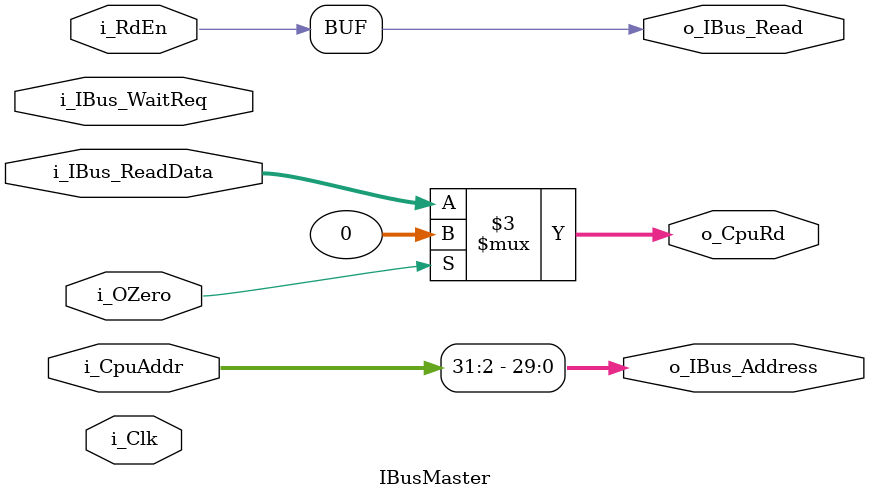
<source format=v>
`timescale 1ns / 1ps

module IBusMaster(
    input i_Clk,

    input i_RdEn,
    input i_OZero,

    //IBus Master
    output [29:0]o_IBus_Address,
    output o_IBus_Read,
    input [31:0] i_IBus_ReadData,
    input i_IBus_WaitReq,

    //CPU
    input [31:0] i_CpuAddr,
    output reg [31:0] o_CpuRd
    );

    // reg [29:0]r_Old_Address = 0;
    // reg r_Old_Read = 0;

    // assign o_IBus_Address = (i_IBus_WaitReq === 1)? r_Old_Address: i_CpuAddr[31:2];
    // assign o_IBus_Read = (i_IBus_WaitReq === 1)? r_Old_Read: i_RdEn;

    assign o_IBus_Address = i_CpuAddr[31:2];
    assign o_IBus_Read = i_RdEn;

    always @(*)begin
        // if(i_IBus_WaitReq === 0)begin
            if(i_OZero)begin
                o_CpuRd <= 0;
            end else begin
                o_CpuRd <= i_IBus_ReadData;
            end
        // end else begin
        //     o_CpuRd <= 32'b0;
        // end
    end

    // always @(posedge i_Clk)begin
    //     if(!i_IBus_WaitReq)begin
    //         r_Old_Address <= i_CpuAddr[31:2];
    //         r_Old_Read <= i_RdEn;
    //     end
    // end
endmodule
</source>
